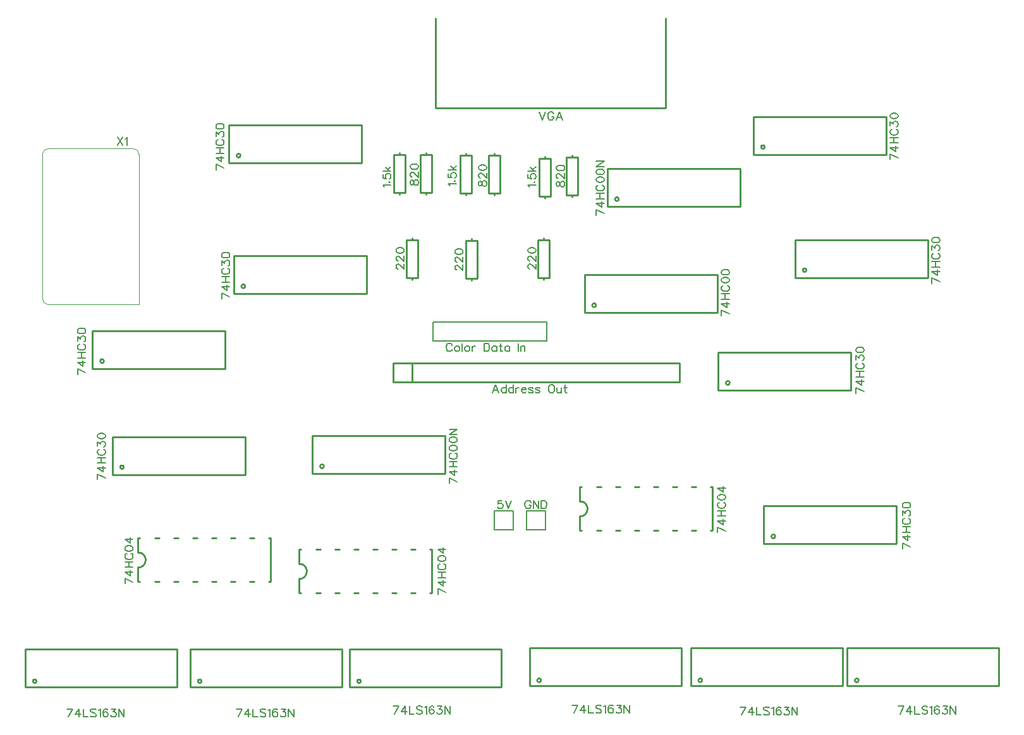
<source format=gto>
G04 Layer: TopSilkLayer*
G04 EasyEDA v6.4.25, 2021-12-08T18:14:58--6:00*
G04 69e83bd8f40a47abaefc3c1f755e5dbc,06444aca9169495d970130cf6b44ba93,10*
G04 Gerber Generator version 0.2*
G04 Scale: 100 percent, Rotated: No, Reflected: No *
G04 Dimensions in inches *
G04 leading zeros omitted , absolute positions ,3 integer and 6 decimal *
%FSLAX36Y36*%
%MOIN*%

%ADD24C,0.0100*%
%ADD25C,0.0090*%
%ADD26C,0.0080*%
%ADD27C,0.0080*%
%ADD28C,0.0047*%
%ADD29C,0.0060*%

%LPD*%
D29*
X3230450Y-3391399D02*
G01*
X3273450Y-3411799D01*
X3230450Y-3420000D02*
G01*
X3230450Y-3391399D01*
X3230450Y-3357399D02*
G01*
X3259049Y-3377899D01*
X3259049Y-3347199D01*
X3230450Y-3357399D02*
G01*
X3273450Y-3357399D01*
X3230450Y-3333699D02*
G01*
X3273450Y-3333699D01*
X3230450Y-3305000D02*
G01*
X3273450Y-3305000D01*
X3250950Y-3333699D02*
G01*
X3250950Y-3305000D01*
X3240649Y-3260900D02*
G01*
X3236549Y-3262899D01*
X3232550Y-3266999D01*
X3230450Y-3271100D01*
X3230450Y-3279299D01*
X3232550Y-3283400D01*
X3236549Y-3287500D01*
X3240649Y-3289499D01*
X3246850Y-3291500D01*
X3257049Y-3291500D01*
X3263149Y-3289499D01*
X3267250Y-3287500D01*
X3271350Y-3283400D01*
X3273450Y-3279299D01*
X3273450Y-3271100D01*
X3271350Y-3266999D01*
X3267250Y-3262899D01*
X3263149Y-3260900D01*
X3230450Y-3235100D02*
G01*
X3232550Y-3241199D01*
X3238649Y-3245300D01*
X3248850Y-3247399D01*
X3255050Y-3247399D01*
X3265249Y-3245300D01*
X3271350Y-3241199D01*
X3273450Y-3235100D01*
X3273450Y-3230999D01*
X3271350Y-3224899D01*
X3265249Y-3220799D01*
X3255050Y-3218699D01*
X3248850Y-3218699D01*
X3238649Y-3220799D01*
X3232550Y-3224899D01*
X3230450Y-3230999D01*
X3230450Y-3235100D01*
X3230450Y-3184800D02*
G01*
X3259049Y-3205200D01*
X3259049Y-3174499D01*
X3230450Y-3184800D02*
G01*
X3273450Y-3184800D01*
X1580450Y-3336399D02*
G01*
X1623450Y-3356799D01*
X1580450Y-3365000D02*
G01*
X1580450Y-3336399D01*
X1580450Y-3302399D02*
G01*
X1609049Y-3322899D01*
X1609049Y-3292199D01*
X1580450Y-3302399D02*
G01*
X1623450Y-3302399D01*
X1580450Y-3278699D02*
G01*
X1623450Y-3278699D01*
X1580450Y-3250000D02*
G01*
X1623450Y-3250000D01*
X1600950Y-3278699D02*
G01*
X1600950Y-3250000D01*
X1590649Y-3205900D02*
G01*
X1586549Y-3207899D01*
X1582550Y-3211999D01*
X1580450Y-3216100D01*
X1580450Y-3224299D01*
X1582550Y-3228400D01*
X1586549Y-3232500D01*
X1590649Y-3234499D01*
X1596850Y-3236500D01*
X1607049Y-3236500D01*
X1613149Y-3234499D01*
X1617250Y-3232500D01*
X1621350Y-3228400D01*
X1623450Y-3224299D01*
X1623450Y-3216100D01*
X1621350Y-3211999D01*
X1617250Y-3207899D01*
X1613149Y-3205900D01*
X1580450Y-3180100D02*
G01*
X1582550Y-3186199D01*
X1588649Y-3190300D01*
X1598850Y-3192399D01*
X1605050Y-3192399D01*
X1615249Y-3190300D01*
X1621350Y-3186199D01*
X1623450Y-3180100D01*
X1623450Y-3175999D01*
X1621350Y-3169899D01*
X1615249Y-3165799D01*
X1605050Y-3163699D01*
X1598850Y-3163699D01*
X1588649Y-3165799D01*
X1582550Y-3169899D01*
X1580450Y-3175999D01*
X1580450Y-3180100D01*
X1580450Y-3129800D02*
G01*
X1609049Y-3150200D01*
X1609049Y-3119499D01*
X1580450Y-3129800D02*
G01*
X1623450Y-3129800D01*
X4705450Y-3066399D02*
G01*
X4748450Y-3086799D01*
X4705450Y-3095000D02*
G01*
X4705450Y-3066399D01*
X4705450Y-3032399D02*
G01*
X4734049Y-3052899D01*
X4734049Y-3022199D01*
X4705450Y-3032399D02*
G01*
X4748450Y-3032399D01*
X4705450Y-3008699D02*
G01*
X4748450Y-3008699D01*
X4705450Y-2980000D02*
G01*
X4748450Y-2980000D01*
X4725950Y-3008699D02*
G01*
X4725950Y-2980000D01*
X4715649Y-2935900D02*
G01*
X4711549Y-2937899D01*
X4707550Y-2941999D01*
X4705450Y-2946100D01*
X4705450Y-2954299D01*
X4707550Y-2958400D01*
X4711549Y-2962500D01*
X4715649Y-2964499D01*
X4721850Y-2966500D01*
X4732049Y-2966500D01*
X4738149Y-2964499D01*
X4742250Y-2962500D01*
X4746350Y-2958400D01*
X4748450Y-2954299D01*
X4748450Y-2946100D01*
X4746350Y-2941999D01*
X4742250Y-2937899D01*
X4738149Y-2935900D01*
X4705450Y-2910100D02*
G01*
X4707550Y-2916199D01*
X4713649Y-2920300D01*
X4723850Y-2922399D01*
X4730050Y-2922399D01*
X4740249Y-2920300D01*
X4746350Y-2916199D01*
X4748450Y-2910100D01*
X4748450Y-2905999D01*
X4746350Y-2899899D01*
X4740249Y-2895799D01*
X4730050Y-2893699D01*
X4723850Y-2893699D01*
X4713649Y-2895799D01*
X4707550Y-2899899D01*
X4705450Y-2905999D01*
X4705450Y-2910100D01*
X4705450Y-2859800D02*
G01*
X4734049Y-2880200D01*
X4734049Y-2849499D01*
X4705450Y-2859800D02*
G01*
X4748450Y-2859800D01*
X3765000Y-874600D02*
G01*
X3781400Y-917500D01*
X3797700Y-874600D02*
G01*
X3781400Y-917500D01*
X3841899Y-884800D02*
G01*
X3839899Y-880700D01*
X3835799Y-876599D01*
X3831700Y-874600D01*
X3823500Y-874600D01*
X3819399Y-876599D01*
X3815299Y-880700D01*
X3813299Y-884800D01*
X3811199Y-890999D01*
X3811199Y-901199D01*
X3813299Y-907300D01*
X3815299Y-911399D01*
X3819399Y-915500D01*
X3823500Y-917500D01*
X3831700Y-917500D01*
X3835799Y-915500D01*
X3839899Y-911399D01*
X3841899Y-907300D01*
X3841899Y-901199D01*
X3831700Y-901199D02*
G01*
X3841899Y-901199D01*
X3871800Y-874600D02*
G01*
X3855399Y-917500D01*
X3871800Y-874600D02*
G01*
X3888100Y-917500D01*
X3861499Y-903200D02*
G01*
X3881999Y-903200D01*
X4725500Y-1921399D02*
G01*
X4768400Y-1941799D01*
X4725500Y-1950000D02*
G01*
X4725500Y-1921399D01*
X4725500Y-1887399D02*
G01*
X4754099Y-1907899D01*
X4754099Y-1877199D01*
X4725500Y-1887399D02*
G01*
X4768400Y-1887399D01*
X4725500Y-1863699D02*
G01*
X4768400Y-1863699D01*
X4725500Y-1835000D02*
G01*
X4768400Y-1835000D01*
X4745900Y-1863699D02*
G01*
X4745900Y-1835000D01*
X4735699Y-1790900D02*
G01*
X4731599Y-1792899D01*
X4727500Y-1796999D01*
X4725500Y-1801100D01*
X4725500Y-1809299D01*
X4727500Y-1813400D01*
X4731599Y-1817500D01*
X4735699Y-1819499D01*
X4741800Y-1821500D01*
X4751999Y-1821500D01*
X4758199Y-1819499D01*
X4762299Y-1817500D01*
X4766400Y-1813400D01*
X4768400Y-1809299D01*
X4768400Y-1801100D01*
X4766400Y-1796999D01*
X4762299Y-1792899D01*
X4758199Y-1790900D01*
X4725500Y-1765100D02*
G01*
X4727500Y-1771199D01*
X4733599Y-1775300D01*
X4743900Y-1777399D01*
X4750000Y-1777399D01*
X4760200Y-1775300D01*
X4766400Y-1771199D01*
X4768400Y-1765100D01*
X4768400Y-1760999D01*
X4766400Y-1754899D01*
X4760200Y-1750799D01*
X4750000Y-1748699D01*
X4743900Y-1748699D01*
X4733599Y-1750799D01*
X4727500Y-1754899D01*
X4725500Y-1760999D01*
X4725500Y-1765100D01*
X4725500Y-1723000D02*
G01*
X4727500Y-1729099D01*
X4733599Y-1733200D01*
X4743900Y-1735199D01*
X4750000Y-1735199D01*
X4760200Y-1733200D01*
X4766400Y-1729099D01*
X4768400Y-1723000D01*
X4768400Y-1718899D01*
X4766400Y-1712699D01*
X4760200Y-1708600D01*
X4750000Y-1706599D01*
X4743900Y-1706599D01*
X4733599Y-1708600D01*
X4727500Y-1712699D01*
X4725500Y-1718899D01*
X4725500Y-1723000D01*
X2948600Y-1270001D02*
G01*
X2946601Y-1265900D01*
X2940501Y-1259801D01*
X2983401Y-1259801D01*
X2973200Y-1244200D02*
G01*
X2975200Y-1246300D01*
X2977300Y-1244200D01*
X2975200Y-1242201D01*
X2973200Y-1244200D01*
X2940501Y-1204101D02*
G01*
X2940501Y-1224600D01*
X2958900Y-1226601D01*
X2956800Y-1224600D01*
X2954800Y-1218501D01*
X2954800Y-1212301D01*
X2956800Y-1206201D01*
X2960901Y-1202100D01*
X2967001Y-1200001D01*
X2971100Y-1200001D01*
X2977300Y-1202100D01*
X2981400Y-1206201D01*
X2983401Y-1212301D01*
X2983401Y-1218501D01*
X2981400Y-1224600D01*
X2979300Y-1226601D01*
X2975200Y-1228701D01*
X2940501Y-1186500D02*
G01*
X2983401Y-1186500D01*
X2954800Y-1166100D02*
G01*
X2975200Y-1186500D01*
X2967001Y-1178400D02*
G01*
X2983401Y-1164000D01*
X3085501Y-1251700D02*
G01*
X3087501Y-1257800D01*
X3091601Y-1259899D01*
X3095700Y-1259899D01*
X3099800Y-1257800D01*
X3101800Y-1253699D01*
X3103900Y-1245500D01*
X3105901Y-1239400D01*
X3110001Y-1235300D01*
X3114101Y-1233299D01*
X3120200Y-1233299D01*
X3124300Y-1235300D01*
X3126400Y-1237399D01*
X3128401Y-1243499D01*
X3128401Y-1251700D01*
X3126400Y-1257800D01*
X3124300Y-1259899D01*
X3120200Y-1261900D01*
X3114101Y-1261900D01*
X3110001Y-1259899D01*
X3105901Y-1255799D01*
X3103900Y-1249600D01*
X3101800Y-1241399D01*
X3099800Y-1237399D01*
X3095700Y-1235300D01*
X3091601Y-1235300D01*
X3087501Y-1237399D01*
X3085501Y-1243499D01*
X3085501Y-1251700D01*
X3095700Y-1217699D02*
G01*
X3093600Y-1217699D01*
X3089501Y-1215700D01*
X3087501Y-1213600D01*
X3085501Y-1209499D01*
X3085501Y-1201399D01*
X3087501Y-1197300D01*
X3089501Y-1195199D01*
X3093600Y-1193200D01*
X3097700Y-1193200D01*
X3101800Y-1195199D01*
X3108001Y-1199299D01*
X3128401Y-1219800D01*
X3128401Y-1191100D01*
X3085501Y-1165399D02*
G01*
X3087501Y-1171500D01*
X3093600Y-1175599D01*
X3103900Y-1177600D01*
X3110001Y-1177600D01*
X3120200Y-1175599D01*
X3126400Y-1171500D01*
X3128401Y-1165399D01*
X3128401Y-1161300D01*
X3126400Y-1155100D01*
X3120200Y-1150999D01*
X3110001Y-1149000D01*
X3103900Y-1149000D01*
X3093600Y-1150999D01*
X3087501Y-1155100D01*
X3085501Y-1161300D01*
X3085501Y-1165399D01*
X3293600Y-1265001D02*
G01*
X3291601Y-1260900D01*
X3285501Y-1254801D01*
X3328401Y-1254801D01*
X3318200Y-1239200D02*
G01*
X3320200Y-1241300D01*
X3322300Y-1239200D01*
X3320200Y-1237201D01*
X3318200Y-1239200D01*
X3285501Y-1199101D02*
G01*
X3285501Y-1219600D01*
X3303900Y-1221601D01*
X3301800Y-1219600D01*
X3299800Y-1213501D01*
X3299800Y-1207301D01*
X3301800Y-1201201D01*
X3305901Y-1197100D01*
X3312001Y-1195001D01*
X3316100Y-1195001D01*
X3322300Y-1197100D01*
X3326400Y-1201201D01*
X3328401Y-1207301D01*
X3328401Y-1213501D01*
X3326400Y-1219600D01*
X3324300Y-1221601D01*
X3320200Y-1223701D01*
X3285501Y-1181500D02*
G01*
X3328401Y-1181500D01*
X3299800Y-1161100D02*
G01*
X3320200Y-1181500D01*
X3312001Y-1173400D02*
G01*
X3328401Y-1159000D01*
X3713600Y-1270001D02*
G01*
X3711601Y-1265900D01*
X3705501Y-1259801D01*
X3748401Y-1259801D01*
X3738200Y-1244200D02*
G01*
X3740200Y-1246300D01*
X3742300Y-1244200D01*
X3740200Y-1242201D01*
X3738200Y-1244200D01*
X3705501Y-1204101D02*
G01*
X3705501Y-1224600D01*
X3723900Y-1226601D01*
X3721800Y-1224600D01*
X3719800Y-1218501D01*
X3719800Y-1212301D01*
X3721800Y-1206201D01*
X3725901Y-1202100D01*
X3732001Y-1200001D01*
X3736100Y-1200001D01*
X3742300Y-1202100D01*
X3746400Y-1206201D01*
X3748401Y-1212301D01*
X3748401Y-1218501D01*
X3746400Y-1224600D01*
X3744300Y-1226601D01*
X3740200Y-1228701D01*
X3705501Y-1186500D02*
G01*
X3748401Y-1186500D01*
X3719800Y-1166100D02*
G01*
X3740200Y-1186500D01*
X3732001Y-1178400D02*
G01*
X3748401Y-1164000D01*
X3445501Y-1256700D02*
G01*
X3447501Y-1262800D01*
X3451601Y-1264899D01*
X3455700Y-1264899D01*
X3459800Y-1262800D01*
X3461800Y-1258699D01*
X3463900Y-1250500D01*
X3465901Y-1244400D01*
X3470001Y-1240300D01*
X3474101Y-1238299D01*
X3480200Y-1238299D01*
X3484300Y-1240300D01*
X3486400Y-1242399D01*
X3488401Y-1248499D01*
X3488401Y-1256700D01*
X3486400Y-1262800D01*
X3484300Y-1264899D01*
X3480200Y-1266900D01*
X3474101Y-1266900D01*
X3470001Y-1264899D01*
X3465901Y-1260799D01*
X3463900Y-1254600D01*
X3461800Y-1246399D01*
X3459800Y-1242399D01*
X3455700Y-1240300D01*
X3451601Y-1240300D01*
X3447501Y-1242399D01*
X3445501Y-1248499D01*
X3445501Y-1256700D01*
X3455700Y-1222699D02*
G01*
X3453600Y-1222699D01*
X3449501Y-1220700D01*
X3447501Y-1218600D01*
X3445501Y-1214499D01*
X3445501Y-1206399D01*
X3447501Y-1202300D01*
X3449501Y-1200199D01*
X3453600Y-1198200D01*
X3457700Y-1198200D01*
X3461800Y-1200199D01*
X3468001Y-1204299D01*
X3488401Y-1224800D01*
X3488401Y-1196100D01*
X3445501Y-1170399D02*
G01*
X3447501Y-1176500D01*
X3453600Y-1180599D01*
X3463900Y-1182600D01*
X3470001Y-1182600D01*
X3480200Y-1180599D01*
X3486400Y-1176500D01*
X3488401Y-1170399D01*
X3488401Y-1166300D01*
X3486400Y-1160100D01*
X3480200Y-1155999D01*
X3470001Y-1154000D01*
X3463900Y-1154000D01*
X3453600Y-1155999D01*
X3447501Y-1160100D01*
X3445501Y-1166300D01*
X3445501Y-1170399D01*
X3856000Y-1258800D02*
G01*
X3858000Y-1264899D01*
X3862100Y-1266999D01*
X3866199Y-1266999D01*
X3870299Y-1264899D01*
X3872299Y-1260799D01*
X3874399Y-1252600D01*
X3876400Y-1246500D01*
X3880500Y-1242399D01*
X3884600Y-1240399D01*
X3890699Y-1240399D01*
X3894799Y-1242399D01*
X3896899Y-1244499D01*
X3898900Y-1250599D01*
X3898900Y-1258800D01*
X3896899Y-1264899D01*
X3894799Y-1266999D01*
X3890699Y-1269000D01*
X3884600Y-1269000D01*
X3880500Y-1266999D01*
X3876400Y-1262899D01*
X3874399Y-1256700D01*
X3872299Y-1248499D01*
X3870299Y-1244499D01*
X3866199Y-1242399D01*
X3862100Y-1242399D01*
X3858000Y-1244499D01*
X3856000Y-1250599D01*
X3856000Y-1258800D01*
X3866199Y-1224800D02*
G01*
X3864099Y-1224800D01*
X3860000Y-1222800D01*
X3858000Y-1220700D01*
X3856000Y-1216599D01*
X3856000Y-1208499D01*
X3858000Y-1204400D01*
X3860000Y-1202300D01*
X3864099Y-1200300D01*
X3868199Y-1200300D01*
X3872299Y-1202300D01*
X3878500Y-1206399D01*
X3898900Y-1226900D01*
X3898900Y-1198200D01*
X3856000Y-1172500D02*
G01*
X3858000Y-1178600D01*
X3864099Y-1182699D01*
X3874399Y-1184699D01*
X3880500Y-1184699D01*
X3890699Y-1182699D01*
X3896899Y-1178600D01*
X3898900Y-1172500D01*
X3898900Y-1168400D01*
X3896899Y-1162199D01*
X3890699Y-1158099D01*
X3880500Y-1156100D01*
X3874399Y-1156100D01*
X3864099Y-1158099D01*
X3858000Y-1162199D01*
X3856000Y-1168400D01*
X3856000Y-1172500D01*
X3569499Y-2925500D02*
G01*
X3549099Y-2925500D01*
X3546999Y-2943899D01*
X3549099Y-2941799D01*
X3555200Y-2939800D01*
X3561400Y-2939800D01*
X3567500Y-2941799D01*
X3571599Y-2945900D01*
X3573599Y-2951999D01*
X3573599Y-2956100D01*
X3571599Y-2962300D01*
X3567500Y-2966399D01*
X3561400Y-2968400D01*
X3555200Y-2968400D01*
X3549099Y-2966399D01*
X3546999Y-2964299D01*
X3545000Y-2960200D01*
X3587100Y-2925500D02*
G01*
X3603500Y-2968400D01*
X3619899Y-2925500D02*
G01*
X3603500Y-2968400D01*
X3720699Y-2935700D02*
G01*
X3718599Y-2931599D01*
X3714499Y-2927500D01*
X3710500Y-2925500D01*
X3702299Y-2925500D01*
X3698199Y-2927500D01*
X3694099Y-2931599D01*
X3691999Y-2935700D01*
X3690000Y-2941799D01*
X3690000Y-2951999D01*
X3691999Y-2958200D01*
X3694099Y-2962300D01*
X3698199Y-2966399D01*
X3702299Y-2968400D01*
X3710500Y-2968400D01*
X3714499Y-2966399D01*
X3718599Y-2962300D01*
X3720699Y-2958200D01*
X3720699Y-2951999D01*
X3710500Y-2951999D02*
G01*
X3720699Y-2951999D01*
X3734200Y-2925500D02*
G01*
X3734200Y-2968400D01*
X3734200Y-2925500D02*
G01*
X3762799Y-2968400D01*
X3762799Y-2925500D02*
G01*
X3762799Y-2968400D01*
X3776300Y-2925500D02*
G01*
X3776300Y-2968400D01*
X3776300Y-2925500D02*
G01*
X3790600Y-2925500D01*
X3796800Y-2927500D01*
X3800900Y-2931599D01*
X3802899Y-2935700D01*
X3805000Y-2941799D01*
X3805000Y-2951999D01*
X3802899Y-2958200D01*
X3800900Y-2962300D01*
X3796800Y-2966399D01*
X3790600Y-2968400D01*
X3776300Y-2968400D01*
X3536400Y-2315000D02*
G01*
X3520000Y-2357899D01*
X3536400Y-2315000D02*
G01*
X3552700Y-2357899D01*
X3526099Y-2343600D02*
G01*
X3546599Y-2343600D01*
X3590799Y-2315000D02*
G01*
X3590799Y-2357899D01*
X3590799Y-2335399D02*
G01*
X3586700Y-2331300D01*
X3582600Y-2329299D01*
X3576499Y-2329299D01*
X3572399Y-2331300D01*
X3568299Y-2335399D01*
X3566199Y-2341500D01*
X3566199Y-2345599D01*
X3568299Y-2351799D01*
X3572399Y-2355900D01*
X3576499Y-2357899D01*
X3582600Y-2357899D01*
X3586700Y-2355900D01*
X3590799Y-2351799D01*
X3628800Y-2315000D02*
G01*
X3628800Y-2357899D01*
X3628800Y-2335399D02*
G01*
X3624700Y-2331300D01*
X3620600Y-2329299D01*
X3614499Y-2329299D01*
X3610399Y-2331300D01*
X3606300Y-2335399D01*
X3604300Y-2341500D01*
X3604300Y-2345599D01*
X3606300Y-2351799D01*
X3610399Y-2355900D01*
X3614499Y-2357899D01*
X3620600Y-2357899D01*
X3624700Y-2355900D01*
X3628800Y-2351799D01*
X3642299Y-2329299D02*
G01*
X3642299Y-2357899D01*
X3642299Y-2341500D02*
G01*
X3644399Y-2335399D01*
X3648500Y-2331300D01*
X3652500Y-2329299D01*
X3658699Y-2329299D01*
X3672200Y-2341500D02*
G01*
X3696700Y-2341500D01*
X3696700Y-2337500D01*
X3694700Y-2333400D01*
X3692600Y-2331300D01*
X3688500Y-2329299D01*
X3682399Y-2329299D01*
X3678299Y-2331300D01*
X3674200Y-2335399D01*
X3672200Y-2341500D01*
X3672200Y-2345599D01*
X3674200Y-2351799D01*
X3678299Y-2355900D01*
X3682399Y-2357899D01*
X3688500Y-2357899D01*
X3692600Y-2355900D01*
X3696700Y-2351799D01*
X3732700Y-2335399D02*
G01*
X3730699Y-2331300D01*
X3724499Y-2329299D01*
X3718400Y-2329299D01*
X3712299Y-2331300D01*
X3710200Y-2335399D01*
X3712299Y-2339499D01*
X3716400Y-2341500D01*
X3726599Y-2343600D01*
X3730699Y-2345599D01*
X3732700Y-2349699D01*
X3732700Y-2351799D01*
X3730699Y-2355900D01*
X3724499Y-2357899D01*
X3718400Y-2357899D01*
X3712299Y-2355900D01*
X3710200Y-2351799D01*
X3768699Y-2335399D02*
G01*
X3766700Y-2331300D01*
X3760500Y-2329299D01*
X3754399Y-2329299D01*
X3748299Y-2331300D01*
X3746199Y-2335399D01*
X3748299Y-2339499D01*
X3752399Y-2341500D01*
X3762600Y-2343600D01*
X3766700Y-2345599D01*
X3768699Y-2349699D01*
X3768699Y-2351799D01*
X3766700Y-2355900D01*
X3760500Y-2357899D01*
X3754399Y-2357899D01*
X3748299Y-2355900D01*
X3746199Y-2351799D01*
X3826000Y-2315000D02*
G01*
X3821899Y-2316999D01*
X3817799Y-2321100D01*
X3815799Y-2325200D01*
X3813699Y-2331300D01*
X3813699Y-2341500D01*
X3815799Y-2347700D01*
X3817799Y-2351799D01*
X3821899Y-2355900D01*
X3826000Y-2357899D01*
X3834200Y-2357899D01*
X3838299Y-2355900D01*
X3842399Y-2351799D01*
X3844399Y-2347700D01*
X3846499Y-2341500D01*
X3846499Y-2331300D01*
X3844399Y-2325200D01*
X3842399Y-2321100D01*
X3838299Y-2316999D01*
X3834200Y-2315000D01*
X3826000Y-2315000D01*
X3860000Y-2329299D02*
G01*
X3860000Y-2349699D01*
X3861999Y-2355900D01*
X3866099Y-2357899D01*
X3872200Y-2357899D01*
X3876300Y-2355900D01*
X3882500Y-2349699D01*
X3882500Y-2329299D02*
G01*
X3882500Y-2357899D01*
X3902100Y-2315000D02*
G01*
X3902100Y-2349699D01*
X3904099Y-2355900D01*
X3908199Y-2357899D01*
X3912299Y-2357899D01*
X3896000Y-2329299D02*
G01*
X3910299Y-2329299D01*
X3305699Y-2105700D02*
G01*
X3303599Y-2101599D01*
X3299499Y-2097500D01*
X3295500Y-2095500D01*
X3287299Y-2095500D01*
X3283199Y-2097500D01*
X3279099Y-2101599D01*
X3276999Y-2105700D01*
X3275000Y-2111799D01*
X3275000Y-2121999D01*
X3276999Y-2128200D01*
X3279099Y-2132300D01*
X3283199Y-2136399D01*
X3287299Y-2138400D01*
X3295500Y-2138400D01*
X3299499Y-2136399D01*
X3303599Y-2132300D01*
X3305699Y-2128200D01*
X3329399Y-2109800D02*
G01*
X3325299Y-2111799D01*
X3321199Y-2115900D01*
X3319200Y-2121999D01*
X3319200Y-2126100D01*
X3321199Y-2132300D01*
X3325299Y-2136399D01*
X3329399Y-2138400D01*
X3335500Y-2138400D01*
X3339600Y-2136399D01*
X3343699Y-2132300D01*
X3345799Y-2126100D01*
X3345799Y-2121999D01*
X3343699Y-2115900D01*
X3339600Y-2111799D01*
X3335500Y-2109800D01*
X3329399Y-2109800D01*
X3359300Y-2095500D02*
G01*
X3359300Y-2138400D01*
X3383000Y-2109800D02*
G01*
X3378900Y-2111799D01*
X3374799Y-2115900D01*
X3372799Y-2121999D01*
X3372799Y-2126100D01*
X3374799Y-2132300D01*
X3378900Y-2136399D01*
X3383000Y-2138400D01*
X3389099Y-2138400D01*
X3393199Y-2136399D01*
X3397299Y-2132300D01*
X3399399Y-2126100D01*
X3399399Y-2121999D01*
X3397299Y-2115900D01*
X3393199Y-2111799D01*
X3389099Y-2109800D01*
X3383000Y-2109800D01*
X3412899Y-2109800D02*
G01*
X3412899Y-2138400D01*
X3412899Y-2121999D02*
G01*
X3414899Y-2115900D01*
X3418999Y-2111799D01*
X3423100Y-2109800D01*
X3429200Y-2109800D01*
X3474200Y-2095500D02*
G01*
X3474200Y-2138400D01*
X3474200Y-2095500D02*
G01*
X3488500Y-2095500D01*
X3494700Y-2097500D01*
X3498800Y-2101599D01*
X3500799Y-2105700D01*
X3502899Y-2111799D01*
X3502899Y-2121999D01*
X3500799Y-2128200D01*
X3498800Y-2132300D01*
X3494700Y-2136399D01*
X3488500Y-2138400D01*
X3474200Y-2138400D01*
X3540900Y-2109800D02*
G01*
X3540900Y-2138400D01*
X3540900Y-2115900D02*
G01*
X3536800Y-2111799D01*
X3532700Y-2109800D01*
X3526599Y-2109800D01*
X3522500Y-2111799D01*
X3518400Y-2115900D01*
X3516400Y-2121999D01*
X3516400Y-2126100D01*
X3518400Y-2132300D01*
X3522500Y-2136399D01*
X3526599Y-2138400D01*
X3532700Y-2138400D01*
X3536800Y-2136399D01*
X3540900Y-2132300D01*
X3560500Y-2095500D02*
G01*
X3560500Y-2130200D01*
X3562600Y-2136399D01*
X3566700Y-2138400D01*
X3570799Y-2138400D01*
X3554399Y-2109800D02*
G01*
X3568699Y-2109800D01*
X3608800Y-2109800D02*
G01*
X3608800Y-2138400D01*
X3608800Y-2115900D02*
G01*
X3604700Y-2111799D01*
X3600600Y-2109800D01*
X3594499Y-2109800D01*
X3590399Y-2111799D01*
X3586300Y-2115900D01*
X3584300Y-2121999D01*
X3584300Y-2126100D01*
X3586300Y-2132300D01*
X3590399Y-2136399D01*
X3594499Y-2138400D01*
X3600600Y-2138400D01*
X3604700Y-2136399D01*
X3608800Y-2132300D01*
X3653800Y-2095500D02*
G01*
X3653800Y-2138400D01*
X3667299Y-2109800D02*
G01*
X3667299Y-2138400D01*
X3667299Y-2118000D02*
G01*
X3673500Y-2111799D01*
X3677500Y-2109800D01*
X3683699Y-2109800D01*
X3687799Y-2111799D01*
X3689799Y-2118000D01*
X3689799Y-2138400D01*
X3020699Y-1703000D02*
G01*
X3018599Y-1703000D01*
X3014499Y-1700900D01*
X3012500Y-1698899D01*
X3010500Y-1694800D01*
X3010500Y-1686599D01*
X3012500Y-1682500D01*
X3014499Y-1680500D01*
X3018599Y-1678400D01*
X3022700Y-1678400D01*
X3026800Y-1680500D01*
X3033000Y-1684499D01*
X3053400Y-1705000D01*
X3053400Y-1676399D01*
X3020699Y-1660799D02*
G01*
X3018599Y-1660799D01*
X3014499Y-1658800D01*
X3012500Y-1656700D01*
X3010500Y-1652600D01*
X3010500Y-1644499D01*
X3012500Y-1640399D01*
X3014499Y-1638299D01*
X3018599Y-1636300D01*
X3022700Y-1636300D01*
X3026800Y-1638299D01*
X3033000Y-1642399D01*
X3053400Y-1662899D01*
X3053400Y-1634200D01*
X3010500Y-1608499D02*
G01*
X3012500Y-1614600D01*
X3018599Y-1618699D01*
X3028900Y-1620700D01*
X3035000Y-1620700D01*
X3045200Y-1618699D01*
X3051400Y-1614600D01*
X3053400Y-1608499D01*
X3053400Y-1604400D01*
X3051400Y-1598200D01*
X3045200Y-1594099D01*
X3035000Y-1592100D01*
X3028900Y-1592100D01*
X3018599Y-1594099D01*
X3012500Y-1598200D01*
X3010500Y-1604400D01*
X3010500Y-1608499D01*
X3330699Y-1708000D02*
G01*
X3328599Y-1708000D01*
X3324499Y-1705900D01*
X3322500Y-1703899D01*
X3320500Y-1699800D01*
X3320500Y-1691599D01*
X3322500Y-1687500D01*
X3324499Y-1685500D01*
X3328599Y-1683400D01*
X3332700Y-1683400D01*
X3336800Y-1685500D01*
X3343000Y-1689499D01*
X3363400Y-1710000D01*
X3363400Y-1681399D01*
X3330699Y-1665799D02*
G01*
X3328599Y-1665799D01*
X3324499Y-1663800D01*
X3322500Y-1661700D01*
X3320500Y-1657600D01*
X3320500Y-1649499D01*
X3322500Y-1645399D01*
X3324499Y-1643299D01*
X3328599Y-1641300D01*
X3332700Y-1641300D01*
X3336800Y-1643299D01*
X3343000Y-1647399D01*
X3363400Y-1667899D01*
X3363400Y-1639200D01*
X3320500Y-1613499D02*
G01*
X3322500Y-1619600D01*
X3328599Y-1623699D01*
X3338900Y-1625700D01*
X3345000Y-1625700D01*
X3355200Y-1623699D01*
X3361400Y-1619600D01*
X3363400Y-1613499D01*
X3363400Y-1609400D01*
X3361400Y-1603200D01*
X3355200Y-1599099D01*
X3345000Y-1597100D01*
X3338900Y-1597100D01*
X3328599Y-1599099D01*
X3322500Y-1603200D01*
X3320500Y-1609400D01*
X3320500Y-1613499D01*
X3715699Y-1703000D02*
G01*
X3713599Y-1703000D01*
X3709499Y-1700900D01*
X3707500Y-1698899D01*
X3705500Y-1694800D01*
X3705500Y-1686599D01*
X3707500Y-1682500D01*
X3709499Y-1680500D01*
X3713599Y-1678400D01*
X3717700Y-1678400D01*
X3721800Y-1680500D01*
X3728000Y-1684499D01*
X3748400Y-1705000D01*
X3748400Y-1676399D01*
X3715699Y-1660799D02*
G01*
X3713599Y-1660799D01*
X3709499Y-1658800D01*
X3707500Y-1656700D01*
X3705500Y-1652600D01*
X3705500Y-1644499D01*
X3707500Y-1640399D01*
X3709499Y-1638299D01*
X3713599Y-1636300D01*
X3717700Y-1636300D01*
X3721800Y-1638299D01*
X3728000Y-1642399D01*
X3748400Y-1662899D01*
X3748400Y-1634200D01*
X3705500Y-1608499D02*
G01*
X3707500Y-1614600D01*
X3713599Y-1618699D01*
X3723900Y-1620700D01*
X3730000Y-1620700D01*
X3740200Y-1618699D01*
X3746400Y-1614600D01*
X3748400Y-1608499D01*
X3748400Y-1604400D01*
X3746400Y-1598200D01*
X3740200Y-1594099D01*
X3730000Y-1592100D01*
X3723900Y-1592100D01*
X3713599Y-1594099D01*
X3707500Y-1598200D01*
X3705500Y-1604400D01*
X3705500Y-1608499D01*
X1303599Y-4025500D02*
G01*
X1283199Y-4068400D01*
X1275000Y-4025500D02*
G01*
X1303599Y-4025500D01*
X1337600Y-4025500D02*
G01*
X1317100Y-4054099D01*
X1347799Y-4054099D01*
X1337600Y-4025500D02*
G01*
X1337600Y-4068400D01*
X1361300Y-4025500D02*
G01*
X1361300Y-4068400D01*
X1361300Y-4068400D02*
G01*
X1385900Y-4068400D01*
X1428000Y-4031599D02*
G01*
X1423900Y-4027500D01*
X1417799Y-4025500D01*
X1409600Y-4025500D01*
X1403500Y-4027500D01*
X1399399Y-4031599D01*
X1399399Y-4035700D01*
X1401400Y-4039800D01*
X1403500Y-4041799D01*
X1407500Y-4043899D01*
X1419799Y-4048000D01*
X1423900Y-4050000D01*
X1426000Y-4051999D01*
X1428000Y-4056100D01*
X1428000Y-4062300D01*
X1423900Y-4066399D01*
X1417799Y-4068400D01*
X1409600Y-4068400D01*
X1403500Y-4066399D01*
X1399399Y-4062300D01*
X1441499Y-4033600D02*
G01*
X1445600Y-4031599D01*
X1451700Y-4025500D01*
X1451700Y-4068400D01*
X1489799Y-4031599D02*
G01*
X1487700Y-4027500D01*
X1481599Y-4025500D01*
X1477500Y-4025500D01*
X1471400Y-4027500D01*
X1467299Y-4033600D01*
X1465200Y-4043899D01*
X1465200Y-4054099D01*
X1467299Y-4062300D01*
X1471400Y-4066399D01*
X1477500Y-4068400D01*
X1479499Y-4068400D01*
X1485699Y-4066399D01*
X1489799Y-4062300D01*
X1491800Y-4056100D01*
X1491800Y-4054099D01*
X1489799Y-4048000D01*
X1485699Y-4043899D01*
X1479499Y-4041799D01*
X1477500Y-4041799D01*
X1471400Y-4043899D01*
X1467299Y-4048000D01*
X1465200Y-4054099D01*
X1509399Y-4025500D02*
G01*
X1531899Y-4025500D01*
X1519600Y-4041799D01*
X1525799Y-4041799D01*
X1529899Y-4043899D01*
X1531899Y-4045900D01*
X1533999Y-4051999D01*
X1533999Y-4056100D01*
X1531899Y-4062300D01*
X1527799Y-4066399D01*
X1521700Y-4068400D01*
X1515500Y-4068400D01*
X1509399Y-4066399D01*
X1507399Y-4064299D01*
X1505299Y-4060200D01*
X1547500Y-4025500D02*
G01*
X1547500Y-4068400D01*
X1547500Y-4025500D02*
G01*
X1576099Y-4068400D01*
X1576099Y-4025500D02*
G01*
X1576099Y-4068400D01*
X2198599Y-4025500D02*
G01*
X2178199Y-4068400D01*
X2170000Y-4025500D02*
G01*
X2198599Y-4025500D01*
X2232600Y-4025500D02*
G01*
X2212100Y-4054099D01*
X2242799Y-4054099D01*
X2232600Y-4025500D02*
G01*
X2232600Y-4068400D01*
X2256300Y-4025500D02*
G01*
X2256300Y-4068400D01*
X2256300Y-4068400D02*
G01*
X2280900Y-4068400D01*
X2323000Y-4031599D02*
G01*
X2318900Y-4027500D01*
X2312799Y-4025500D01*
X2304600Y-4025500D01*
X2298500Y-4027500D01*
X2294399Y-4031599D01*
X2294399Y-4035700D01*
X2296400Y-4039800D01*
X2298500Y-4041799D01*
X2302500Y-4043899D01*
X2314799Y-4048000D01*
X2318900Y-4050000D01*
X2321000Y-4051999D01*
X2323000Y-4056100D01*
X2323000Y-4062300D01*
X2318900Y-4066399D01*
X2312799Y-4068400D01*
X2304600Y-4068400D01*
X2298500Y-4066399D01*
X2294399Y-4062300D01*
X2336499Y-4033600D02*
G01*
X2340600Y-4031599D01*
X2346700Y-4025500D01*
X2346700Y-4068400D01*
X2384799Y-4031599D02*
G01*
X2382700Y-4027500D01*
X2376599Y-4025500D01*
X2372500Y-4025500D01*
X2366400Y-4027500D01*
X2362299Y-4033600D01*
X2360200Y-4043899D01*
X2360200Y-4054099D01*
X2362299Y-4062300D01*
X2366400Y-4066399D01*
X2372500Y-4068400D01*
X2374499Y-4068400D01*
X2380699Y-4066399D01*
X2384799Y-4062300D01*
X2386800Y-4056100D01*
X2386800Y-4054099D01*
X2384799Y-4048000D01*
X2380699Y-4043899D01*
X2374499Y-4041799D01*
X2372500Y-4041799D01*
X2366400Y-4043899D01*
X2362299Y-4048000D01*
X2360200Y-4054099D01*
X2404399Y-4025500D02*
G01*
X2426899Y-4025500D01*
X2414600Y-4041799D01*
X2420799Y-4041799D01*
X2424899Y-4043899D01*
X2426899Y-4045900D01*
X2428999Y-4051999D01*
X2428999Y-4056100D01*
X2426899Y-4062300D01*
X2422799Y-4066399D01*
X2416700Y-4068400D01*
X2410500Y-4068400D01*
X2404399Y-4066399D01*
X2402399Y-4064299D01*
X2400299Y-4060200D01*
X2442500Y-4025500D02*
G01*
X2442500Y-4068400D01*
X2442500Y-4025500D02*
G01*
X2471099Y-4068400D01*
X2471099Y-4025500D02*
G01*
X2471099Y-4068400D01*
X3023599Y-4010500D02*
G01*
X3003199Y-4053400D01*
X2995000Y-4010500D02*
G01*
X3023599Y-4010500D01*
X3057600Y-4010500D02*
G01*
X3037100Y-4039099D01*
X3067799Y-4039099D01*
X3057600Y-4010500D02*
G01*
X3057600Y-4053400D01*
X3081300Y-4010500D02*
G01*
X3081300Y-4053400D01*
X3081300Y-4053400D02*
G01*
X3105900Y-4053400D01*
X3148000Y-4016599D02*
G01*
X3143900Y-4012500D01*
X3137799Y-4010500D01*
X3129600Y-4010500D01*
X3123500Y-4012500D01*
X3119399Y-4016599D01*
X3119399Y-4020700D01*
X3121400Y-4024800D01*
X3123500Y-4026799D01*
X3127500Y-4028899D01*
X3139799Y-4033000D01*
X3143900Y-4035000D01*
X3146000Y-4036999D01*
X3148000Y-4041100D01*
X3148000Y-4047300D01*
X3143900Y-4051399D01*
X3137799Y-4053400D01*
X3129600Y-4053400D01*
X3123500Y-4051399D01*
X3119399Y-4047300D01*
X3161499Y-4018600D02*
G01*
X3165600Y-4016599D01*
X3171700Y-4010500D01*
X3171700Y-4053400D01*
X3209799Y-4016599D02*
G01*
X3207700Y-4012500D01*
X3201599Y-4010500D01*
X3197500Y-4010500D01*
X3191400Y-4012500D01*
X3187299Y-4018600D01*
X3185200Y-4028899D01*
X3185200Y-4039099D01*
X3187299Y-4047300D01*
X3191400Y-4051399D01*
X3197500Y-4053400D01*
X3199499Y-4053400D01*
X3205699Y-4051399D01*
X3209799Y-4047300D01*
X3211800Y-4041100D01*
X3211800Y-4039099D01*
X3209799Y-4033000D01*
X3205699Y-4028899D01*
X3199499Y-4026799D01*
X3197500Y-4026799D01*
X3191400Y-4028899D01*
X3187299Y-4033000D01*
X3185200Y-4039099D01*
X3229399Y-4010500D02*
G01*
X3251899Y-4010500D01*
X3239600Y-4026799D01*
X3245799Y-4026799D01*
X3249899Y-4028899D01*
X3251899Y-4030900D01*
X3253999Y-4036999D01*
X3253999Y-4041100D01*
X3251899Y-4047300D01*
X3247799Y-4051399D01*
X3241700Y-4053400D01*
X3235500Y-4053400D01*
X3229399Y-4051399D01*
X3227399Y-4049299D01*
X3225299Y-4045200D01*
X3267500Y-4010500D02*
G01*
X3267500Y-4053400D01*
X3267500Y-4010500D02*
G01*
X3296099Y-4053400D01*
X3296099Y-4010500D02*
G01*
X3296099Y-4053400D01*
X3968599Y-4005500D02*
G01*
X3948199Y-4048400D01*
X3940000Y-4005500D02*
G01*
X3968599Y-4005500D01*
X4002600Y-4005500D02*
G01*
X3982100Y-4034099D01*
X4012799Y-4034099D01*
X4002600Y-4005500D02*
G01*
X4002600Y-4048400D01*
X4026300Y-4005500D02*
G01*
X4026300Y-4048400D01*
X4026300Y-4048400D02*
G01*
X4050900Y-4048400D01*
X4093000Y-4011599D02*
G01*
X4088900Y-4007500D01*
X4082799Y-4005500D01*
X4074600Y-4005500D01*
X4068500Y-4007500D01*
X4064399Y-4011599D01*
X4064399Y-4015700D01*
X4066400Y-4019800D01*
X4068500Y-4021799D01*
X4072500Y-4023899D01*
X4084799Y-4028000D01*
X4088900Y-4030000D01*
X4091000Y-4031999D01*
X4093000Y-4036100D01*
X4093000Y-4042300D01*
X4088900Y-4046399D01*
X4082799Y-4048400D01*
X4074600Y-4048400D01*
X4068500Y-4046399D01*
X4064399Y-4042300D01*
X4106499Y-4013600D02*
G01*
X4110600Y-4011599D01*
X4116700Y-4005500D01*
X4116700Y-4048400D01*
X4154799Y-4011599D02*
G01*
X4152700Y-4007500D01*
X4146599Y-4005500D01*
X4142500Y-4005500D01*
X4136400Y-4007500D01*
X4132299Y-4013600D01*
X4130200Y-4023899D01*
X4130200Y-4034099D01*
X4132299Y-4042300D01*
X4136400Y-4046399D01*
X4142500Y-4048400D01*
X4144499Y-4048400D01*
X4150699Y-4046399D01*
X4154799Y-4042300D01*
X4156800Y-4036100D01*
X4156800Y-4034099D01*
X4154799Y-4028000D01*
X4150699Y-4023899D01*
X4144499Y-4021799D01*
X4142500Y-4021799D01*
X4136400Y-4023899D01*
X4132299Y-4028000D01*
X4130200Y-4034099D01*
X4174399Y-4005500D02*
G01*
X4196899Y-4005500D01*
X4184600Y-4021799D01*
X4190799Y-4021799D01*
X4194899Y-4023899D01*
X4196899Y-4025900D01*
X4198999Y-4031999D01*
X4198999Y-4036100D01*
X4196899Y-4042300D01*
X4192799Y-4046399D01*
X4186700Y-4048400D01*
X4180500Y-4048400D01*
X4174399Y-4046399D01*
X4172399Y-4044299D01*
X4170299Y-4040200D01*
X4212500Y-4005500D02*
G01*
X4212500Y-4048400D01*
X4212500Y-4005500D02*
G01*
X4241099Y-4048400D01*
X4241099Y-4005500D02*
G01*
X4241099Y-4048400D01*
X4853599Y-4015500D02*
G01*
X4833199Y-4058400D01*
X4825000Y-4015500D02*
G01*
X4853599Y-4015500D01*
X4887600Y-4015500D02*
G01*
X4867100Y-4044099D01*
X4897799Y-4044099D01*
X4887600Y-4015500D02*
G01*
X4887600Y-4058400D01*
X4911300Y-4015500D02*
G01*
X4911300Y-4058400D01*
X4911300Y-4058400D02*
G01*
X4935900Y-4058400D01*
X4978000Y-4021599D02*
G01*
X4973900Y-4017500D01*
X4967799Y-4015500D01*
X4959600Y-4015500D01*
X4953500Y-4017500D01*
X4949399Y-4021599D01*
X4949399Y-4025700D01*
X4951400Y-4029800D01*
X4953500Y-4031799D01*
X4957500Y-4033899D01*
X4969799Y-4038000D01*
X4973900Y-4040000D01*
X4976000Y-4041999D01*
X4978000Y-4046100D01*
X4978000Y-4052300D01*
X4973900Y-4056399D01*
X4967799Y-4058400D01*
X4959600Y-4058400D01*
X4953500Y-4056399D01*
X4949399Y-4052300D01*
X4991499Y-4023600D02*
G01*
X4995600Y-4021599D01*
X5001700Y-4015500D01*
X5001700Y-4058400D01*
X5039799Y-4021599D02*
G01*
X5037700Y-4017500D01*
X5031599Y-4015500D01*
X5027500Y-4015500D01*
X5021400Y-4017500D01*
X5017299Y-4023600D01*
X5015200Y-4033899D01*
X5015200Y-4044099D01*
X5017299Y-4052300D01*
X5021400Y-4056399D01*
X5027500Y-4058400D01*
X5029499Y-4058400D01*
X5035699Y-4056399D01*
X5039799Y-4052300D01*
X5041800Y-4046100D01*
X5041800Y-4044099D01*
X5039799Y-4038000D01*
X5035699Y-4033899D01*
X5029499Y-4031799D01*
X5027500Y-4031799D01*
X5021400Y-4033899D01*
X5017299Y-4038000D01*
X5015200Y-4044099D01*
X5059399Y-4015500D02*
G01*
X5081899Y-4015500D01*
X5069600Y-4031799D01*
X5075799Y-4031799D01*
X5079899Y-4033899D01*
X5081899Y-4035900D01*
X5083999Y-4041999D01*
X5083999Y-4046100D01*
X5081899Y-4052300D01*
X5077799Y-4056399D01*
X5071700Y-4058400D01*
X5065500Y-4058400D01*
X5059399Y-4056399D01*
X5057399Y-4054299D01*
X5055299Y-4050200D01*
X5097500Y-4015500D02*
G01*
X5097500Y-4058400D01*
X5097500Y-4015500D02*
G01*
X5126099Y-4058400D01*
X5126099Y-4015500D02*
G01*
X5126099Y-4058400D01*
X5688599Y-4010500D02*
G01*
X5668199Y-4053400D01*
X5660000Y-4010500D02*
G01*
X5688599Y-4010500D01*
X5722600Y-4010500D02*
G01*
X5702100Y-4039099D01*
X5732799Y-4039099D01*
X5722600Y-4010500D02*
G01*
X5722600Y-4053400D01*
X5746300Y-4010500D02*
G01*
X5746300Y-4053400D01*
X5746300Y-4053400D02*
G01*
X5770900Y-4053400D01*
X5813000Y-4016599D02*
G01*
X5808900Y-4012500D01*
X5802799Y-4010500D01*
X5794600Y-4010500D01*
X5788500Y-4012500D01*
X5784399Y-4016599D01*
X5784399Y-4020700D01*
X5786400Y-4024800D01*
X5788500Y-4026799D01*
X5792500Y-4028899D01*
X5804799Y-4033000D01*
X5808900Y-4035000D01*
X5811000Y-4036999D01*
X5813000Y-4041100D01*
X5813000Y-4047300D01*
X5808900Y-4051399D01*
X5802799Y-4053400D01*
X5794600Y-4053400D01*
X5788500Y-4051399D01*
X5784399Y-4047300D01*
X5826499Y-4018600D02*
G01*
X5830600Y-4016599D01*
X5836700Y-4010500D01*
X5836700Y-4053400D01*
X5874799Y-4016599D02*
G01*
X5872700Y-4012500D01*
X5866599Y-4010500D01*
X5862500Y-4010500D01*
X5856400Y-4012500D01*
X5852299Y-4018600D01*
X5850200Y-4028899D01*
X5850200Y-4039099D01*
X5852299Y-4047300D01*
X5856400Y-4051399D01*
X5862500Y-4053400D01*
X5864499Y-4053400D01*
X5870699Y-4051399D01*
X5874799Y-4047300D01*
X5876800Y-4041100D01*
X5876800Y-4039099D01*
X5874799Y-4033000D01*
X5870699Y-4028899D01*
X5864499Y-4026799D01*
X5862500Y-4026799D01*
X5856400Y-4028899D01*
X5852299Y-4033000D01*
X5850200Y-4039099D01*
X5894399Y-4010500D02*
G01*
X5916899Y-4010500D01*
X5904600Y-4026799D01*
X5910799Y-4026799D01*
X5914899Y-4028899D01*
X5916899Y-4030900D01*
X5918999Y-4036999D01*
X5918999Y-4041100D01*
X5916899Y-4047300D01*
X5912799Y-4051399D01*
X5906700Y-4053400D01*
X5900500Y-4053400D01*
X5894399Y-4051399D01*
X5892399Y-4049299D01*
X5890299Y-4045200D01*
X5932500Y-4010500D02*
G01*
X5932500Y-4053400D01*
X5932500Y-4010500D02*
G01*
X5961099Y-4053400D01*
X5961099Y-4010500D02*
G01*
X5961099Y-4053400D01*
X1435500Y-2786399D02*
G01*
X1478400Y-2806799D01*
X1435500Y-2815000D02*
G01*
X1435500Y-2786399D01*
X1435500Y-2752399D02*
G01*
X1464099Y-2772899D01*
X1464099Y-2742199D01*
X1435500Y-2752399D02*
G01*
X1478400Y-2752399D01*
X1435500Y-2728699D02*
G01*
X1478400Y-2728699D01*
X1435500Y-2700000D02*
G01*
X1478400Y-2700000D01*
X1455900Y-2728699D02*
G01*
X1455900Y-2700000D01*
X1445699Y-2655900D02*
G01*
X1441599Y-2657899D01*
X1437500Y-2661999D01*
X1435500Y-2666100D01*
X1435500Y-2674299D01*
X1437500Y-2678400D01*
X1441599Y-2682500D01*
X1445699Y-2684499D01*
X1451800Y-2686500D01*
X1461999Y-2686500D01*
X1468199Y-2684499D01*
X1472299Y-2682500D01*
X1476400Y-2678400D01*
X1478400Y-2674299D01*
X1478400Y-2666100D01*
X1476400Y-2661999D01*
X1472299Y-2657899D01*
X1468199Y-2655900D01*
X1435500Y-2638299D02*
G01*
X1435500Y-2615799D01*
X1451800Y-2628000D01*
X1451800Y-2621900D01*
X1453900Y-2617800D01*
X1455900Y-2615799D01*
X1461999Y-2613699D01*
X1466099Y-2613699D01*
X1472299Y-2615799D01*
X1476400Y-2619899D01*
X1478400Y-2625999D01*
X1478400Y-2632100D01*
X1476400Y-2638299D01*
X1474300Y-2640300D01*
X1470200Y-2642399D01*
X1435500Y-2588000D02*
G01*
X1437500Y-2594099D01*
X1443599Y-2598200D01*
X1453900Y-2600200D01*
X1460000Y-2600200D01*
X1470200Y-2598200D01*
X1476400Y-2594099D01*
X1478400Y-2588000D01*
X1478400Y-2583899D01*
X1476400Y-2577700D01*
X1470200Y-2573600D01*
X1460000Y-2571599D01*
X1453900Y-2571599D01*
X1443599Y-2573600D01*
X1437500Y-2577700D01*
X1435500Y-2583899D01*
X1435500Y-2588000D01*
X1330500Y-2231399D02*
G01*
X1373400Y-2251799D01*
X1330500Y-2260000D02*
G01*
X1330500Y-2231399D01*
X1330500Y-2197399D02*
G01*
X1359099Y-2217899D01*
X1359099Y-2187199D01*
X1330500Y-2197399D02*
G01*
X1373400Y-2197399D01*
X1330500Y-2173699D02*
G01*
X1373400Y-2173699D01*
X1330500Y-2145000D02*
G01*
X1373400Y-2145000D01*
X1350900Y-2173699D02*
G01*
X1350900Y-2145000D01*
X1340699Y-2100900D02*
G01*
X1336599Y-2102899D01*
X1332500Y-2106999D01*
X1330500Y-2111100D01*
X1330500Y-2119299D01*
X1332500Y-2123400D01*
X1336599Y-2127500D01*
X1340699Y-2129499D01*
X1346800Y-2131500D01*
X1356999Y-2131500D01*
X1363199Y-2129499D01*
X1367299Y-2127500D01*
X1371400Y-2123400D01*
X1373400Y-2119299D01*
X1373400Y-2111100D01*
X1371400Y-2106999D01*
X1367299Y-2102899D01*
X1363199Y-2100900D01*
X1330500Y-2083299D02*
G01*
X1330500Y-2060799D01*
X1346800Y-2073000D01*
X1346800Y-2066900D01*
X1348900Y-2062800D01*
X1350900Y-2060799D01*
X1356999Y-2058699D01*
X1361099Y-2058699D01*
X1367299Y-2060799D01*
X1371400Y-2064899D01*
X1373400Y-2070999D01*
X1373400Y-2077100D01*
X1371400Y-2083299D01*
X1369300Y-2085300D01*
X1365200Y-2087399D01*
X1330500Y-2033000D02*
G01*
X1332500Y-2039099D01*
X1338599Y-2043200D01*
X1348900Y-2045199D01*
X1355000Y-2045199D01*
X1365200Y-2043200D01*
X1371400Y-2039099D01*
X1373400Y-2033000D01*
X1373400Y-2028899D01*
X1371400Y-2022699D01*
X1365200Y-2018600D01*
X1355000Y-2016599D01*
X1348900Y-2016599D01*
X1338599Y-2018600D01*
X1332500Y-2022699D01*
X1330500Y-2028899D01*
X1330500Y-2033000D01*
X2060500Y-1151399D02*
G01*
X2103400Y-1171799D01*
X2060500Y-1180000D02*
G01*
X2060500Y-1151399D01*
X2060500Y-1117399D02*
G01*
X2089099Y-1137899D01*
X2089099Y-1107199D01*
X2060500Y-1117399D02*
G01*
X2103400Y-1117399D01*
X2060500Y-1093699D02*
G01*
X2103400Y-1093699D01*
X2060500Y-1065000D02*
G01*
X2103400Y-1065000D01*
X2080900Y-1093699D02*
G01*
X2080900Y-1065000D01*
X2070699Y-1020900D02*
G01*
X2066599Y-1022899D01*
X2062500Y-1026999D01*
X2060500Y-1031100D01*
X2060500Y-1039299D01*
X2062500Y-1043400D01*
X2066599Y-1047500D01*
X2070699Y-1049499D01*
X2076800Y-1051500D01*
X2086999Y-1051500D01*
X2093199Y-1049499D01*
X2097299Y-1047500D01*
X2101400Y-1043400D01*
X2103400Y-1039299D01*
X2103400Y-1031100D01*
X2101400Y-1026999D01*
X2097299Y-1022899D01*
X2093199Y-1020900D01*
X2060500Y-1003299D02*
G01*
X2060500Y-980799D01*
X2076800Y-993000D01*
X2076800Y-986900D01*
X2078900Y-982800D01*
X2080900Y-980799D01*
X2086999Y-978699D01*
X2091099Y-978699D01*
X2097299Y-980799D01*
X2101400Y-984899D01*
X2103400Y-990999D01*
X2103400Y-997100D01*
X2101400Y-1003299D01*
X2099300Y-1005300D01*
X2095200Y-1007399D01*
X2060500Y-953000D02*
G01*
X2062500Y-959099D01*
X2068599Y-963200D01*
X2078900Y-965199D01*
X2085000Y-965199D01*
X2095200Y-963200D01*
X2101400Y-959099D01*
X2103400Y-953000D01*
X2103400Y-948899D01*
X2101400Y-942699D01*
X2095200Y-938600D01*
X2085000Y-936599D01*
X2078900Y-936599D01*
X2068599Y-938600D01*
X2062500Y-942699D01*
X2060500Y-948899D01*
X2060500Y-953000D01*
X2090500Y-1831399D02*
G01*
X2133400Y-1851799D01*
X2090500Y-1860000D02*
G01*
X2090500Y-1831399D01*
X2090500Y-1797399D02*
G01*
X2119099Y-1817899D01*
X2119099Y-1787199D01*
X2090500Y-1797399D02*
G01*
X2133400Y-1797399D01*
X2090500Y-1773699D02*
G01*
X2133400Y-1773699D01*
X2090500Y-1745000D02*
G01*
X2133400Y-1745000D01*
X2110900Y-1773699D02*
G01*
X2110900Y-1745000D01*
X2100699Y-1700900D02*
G01*
X2096599Y-1702899D01*
X2092500Y-1706999D01*
X2090500Y-1711100D01*
X2090500Y-1719299D01*
X2092500Y-1723400D01*
X2096599Y-1727500D01*
X2100699Y-1729499D01*
X2106800Y-1731500D01*
X2116999Y-1731500D01*
X2123199Y-1729499D01*
X2127299Y-1727500D01*
X2131400Y-1723400D01*
X2133400Y-1719299D01*
X2133400Y-1711100D01*
X2131400Y-1706999D01*
X2127299Y-1702899D01*
X2123199Y-1700900D01*
X2090500Y-1683299D02*
G01*
X2090500Y-1660799D01*
X2106800Y-1673000D01*
X2106800Y-1666900D01*
X2108900Y-1662800D01*
X2110900Y-1660799D01*
X2116999Y-1658699D01*
X2121099Y-1658699D01*
X2127299Y-1660799D01*
X2131400Y-1664899D01*
X2133400Y-1670999D01*
X2133400Y-1677100D01*
X2131400Y-1683299D01*
X2129300Y-1685300D01*
X2125200Y-1687399D01*
X2090500Y-1633000D02*
G01*
X2092500Y-1639099D01*
X2098599Y-1643200D01*
X2108900Y-1645199D01*
X2115000Y-1645199D01*
X2125200Y-1643200D01*
X2131400Y-1639099D01*
X2133400Y-1633000D01*
X2133400Y-1628899D01*
X2131400Y-1622699D01*
X2125200Y-1618600D01*
X2115000Y-1616599D01*
X2108900Y-1616599D01*
X2098599Y-1618600D01*
X2092500Y-1622699D01*
X2090500Y-1628899D01*
X2090500Y-1633000D01*
X5835500Y-1751399D02*
G01*
X5878400Y-1771799D01*
X5835500Y-1780000D02*
G01*
X5835500Y-1751399D01*
X5835500Y-1717399D02*
G01*
X5864099Y-1737899D01*
X5864099Y-1707199D01*
X5835500Y-1717399D02*
G01*
X5878400Y-1717399D01*
X5835500Y-1693699D02*
G01*
X5878400Y-1693699D01*
X5835500Y-1665000D02*
G01*
X5878400Y-1665000D01*
X5855900Y-1693699D02*
G01*
X5855900Y-1665000D01*
X5845699Y-1620900D02*
G01*
X5841599Y-1622899D01*
X5837500Y-1626999D01*
X5835500Y-1631100D01*
X5835500Y-1639299D01*
X5837500Y-1643400D01*
X5841599Y-1647500D01*
X5845699Y-1649499D01*
X5851800Y-1651500D01*
X5861999Y-1651500D01*
X5868199Y-1649499D01*
X5872299Y-1647500D01*
X5876400Y-1643400D01*
X5878400Y-1639299D01*
X5878400Y-1631100D01*
X5876400Y-1626999D01*
X5872299Y-1622899D01*
X5868199Y-1620900D01*
X5835500Y-1603299D02*
G01*
X5835500Y-1580799D01*
X5851800Y-1593000D01*
X5851800Y-1586900D01*
X5853900Y-1582800D01*
X5855900Y-1580799D01*
X5861999Y-1578699D01*
X5866099Y-1578699D01*
X5872299Y-1580799D01*
X5876400Y-1584899D01*
X5878400Y-1590999D01*
X5878400Y-1597100D01*
X5876400Y-1603299D01*
X5874300Y-1605300D01*
X5870200Y-1607399D01*
X5835500Y-1553000D02*
G01*
X5837500Y-1559099D01*
X5843599Y-1563200D01*
X5853900Y-1565199D01*
X5860000Y-1565199D01*
X5870200Y-1563200D01*
X5876400Y-1559099D01*
X5878400Y-1553000D01*
X5878400Y-1548899D01*
X5876400Y-1542699D01*
X5870200Y-1538600D01*
X5860000Y-1536599D01*
X5853900Y-1536599D01*
X5843599Y-1538600D01*
X5837500Y-1542699D01*
X5835500Y-1548899D01*
X5835500Y-1553000D01*
X5680500Y-3151399D02*
G01*
X5723400Y-3171799D01*
X5680500Y-3180000D02*
G01*
X5680500Y-3151399D01*
X5680500Y-3117399D02*
G01*
X5709099Y-3137899D01*
X5709099Y-3107199D01*
X5680500Y-3117399D02*
G01*
X5723400Y-3117399D01*
X5680500Y-3093699D02*
G01*
X5723400Y-3093699D01*
X5680500Y-3065000D02*
G01*
X5723400Y-3065000D01*
X5700900Y-3093699D02*
G01*
X5700900Y-3065000D01*
X5690699Y-3020900D02*
G01*
X5686599Y-3022899D01*
X5682500Y-3026999D01*
X5680500Y-3031100D01*
X5680500Y-3039299D01*
X5682500Y-3043400D01*
X5686599Y-3047500D01*
X5690699Y-3049499D01*
X5696800Y-3051500D01*
X5706999Y-3051500D01*
X5713199Y-3049499D01*
X5717299Y-3047500D01*
X5721400Y-3043400D01*
X5723400Y-3039299D01*
X5723400Y-3031100D01*
X5721400Y-3026999D01*
X5717299Y-3022899D01*
X5713199Y-3020900D01*
X5680500Y-3003299D02*
G01*
X5680500Y-2980799D01*
X5696800Y-2993000D01*
X5696800Y-2986900D01*
X5698900Y-2982800D01*
X5700900Y-2980799D01*
X5706999Y-2978699D01*
X5711099Y-2978699D01*
X5717299Y-2980799D01*
X5721400Y-2984899D01*
X5723400Y-2990999D01*
X5723400Y-2997100D01*
X5721400Y-3003299D01*
X5719300Y-3005300D01*
X5715200Y-3007399D01*
X5680500Y-2953000D02*
G01*
X5682500Y-2959099D01*
X5688599Y-2963200D01*
X5698900Y-2965200D01*
X5705000Y-2965200D01*
X5715200Y-2963200D01*
X5721400Y-2959099D01*
X5723400Y-2953000D01*
X5723400Y-2948899D01*
X5721400Y-2942700D01*
X5715200Y-2938600D01*
X5705000Y-2936599D01*
X5698900Y-2936599D01*
X5688599Y-2938600D01*
X5682500Y-2942700D01*
X5680500Y-2948899D01*
X5680500Y-2953000D01*
X5615499Y-1096399D02*
G01*
X5658398Y-1116799D01*
X5615499Y-1125000D02*
G01*
X5615499Y-1096399D01*
X5615499Y-1062399D02*
G01*
X5644098Y-1082899D01*
X5644098Y-1052199D01*
X5615499Y-1062399D02*
G01*
X5658398Y-1062399D01*
X5615499Y-1038699D02*
G01*
X5658398Y-1038699D01*
X5615499Y-1010000D02*
G01*
X5658398Y-1010000D01*
X5635898Y-1038699D02*
G01*
X5635898Y-1010000D01*
X5625699Y-965900D02*
G01*
X5621598Y-967899D01*
X5617498Y-971999D01*
X5615499Y-976100D01*
X5615499Y-984299D01*
X5617498Y-988400D01*
X5621598Y-992500D01*
X5625699Y-994499D01*
X5631799Y-996500D01*
X5641998Y-996500D01*
X5648199Y-994499D01*
X5652299Y-992500D01*
X5656399Y-988400D01*
X5658398Y-984299D01*
X5658398Y-976100D01*
X5656399Y-971999D01*
X5652299Y-967899D01*
X5648199Y-965900D01*
X5615499Y-948299D02*
G01*
X5615499Y-925799D01*
X5631799Y-938000D01*
X5631799Y-931900D01*
X5633899Y-927800D01*
X5635898Y-925799D01*
X5641998Y-923699D01*
X5646099Y-923699D01*
X5652299Y-925799D01*
X5656399Y-929899D01*
X5658398Y-935999D01*
X5658398Y-942100D01*
X5656399Y-948299D01*
X5654299Y-950300D01*
X5650199Y-952399D01*
X5615499Y-898000D02*
G01*
X5617498Y-904099D01*
X5623599Y-908200D01*
X5633899Y-910199D01*
X5639998Y-910199D01*
X5650199Y-908200D01*
X5656399Y-904099D01*
X5658398Y-898000D01*
X5658398Y-893899D01*
X5656399Y-887699D01*
X5650199Y-883600D01*
X5639998Y-881599D01*
X5633899Y-881599D01*
X5623599Y-883600D01*
X5617498Y-887699D01*
X5615499Y-893899D01*
X5615499Y-898000D01*
X5435500Y-2331399D02*
G01*
X5478400Y-2351799D01*
X5435500Y-2360000D02*
G01*
X5435500Y-2331399D01*
X5435500Y-2297399D02*
G01*
X5464099Y-2317899D01*
X5464099Y-2287199D01*
X5435500Y-2297399D02*
G01*
X5478400Y-2297399D01*
X5435500Y-2273699D02*
G01*
X5478400Y-2273699D01*
X5435500Y-2245000D02*
G01*
X5478400Y-2245000D01*
X5455900Y-2273699D02*
G01*
X5455900Y-2245000D01*
X5445699Y-2200900D02*
G01*
X5441599Y-2202899D01*
X5437500Y-2206999D01*
X5435500Y-2211100D01*
X5435500Y-2219299D01*
X5437500Y-2223400D01*
X5441599Y-2227500D01*
X5445699Y-2229499D01*
X5451800Y-2231500D01*
X5461999Y-2231500D01*
X5468199Y-2229499D01*
X5472299Y-2227500D01*
X5476400Y-2223400D01*
X5478400Y-2219299D01*
X5478400Y-2211100D01*
X5476400Y-2206999D01*
X5472299Y-2202899D01*
X5468199Y-2200900D01*
X5435500Y-2183299D02*
G01*
X5435500Y-2160799D01*
X5451800Y-2173000D01*
X5451800Y-2166900D01*
X5453900Y-2162800D01*
X5455900Y-2160799D01*
X5461999Y-2158699D01*
X5466099Y-2158699D01*
X5472299Y-2160799D01*
X5476400Y-2164899D01*
X5478400Y-2170999D01*
X5478400Y-2177100D01*
X5476400Y-2183299D01*
X5474300Y-2185300D01*
X5470200Y-2187399D01*
X5435500Y-2133000D02*
G01*
X5437500Y-2139099D01*
X5443599Y-2143200D01*
X5453900Y-2145200D01*
X5460000Y-2145200D01*
X5470200Y-2143200D01*
X5476400Y-2139099D01*
X5478400Y-2133000D01*
X5478400Y-2128899D01*
X5476400Y-2122700D01*
X5470200Y-2118600D01*
X5460000Y-2116599D01*
X5453900Y-2116599D01*
X5443599Y-2118600D01*
X5437500Y-2122700D01*
X5435500Y-2128899D01*
X5435500Y-2133000D01*
X3290500Y-2806399D02*
G01*
X3333400Y-2826799D01*
X3290500Y-2835000D02*
G01*
X3290500Y-2806399D01*
X3290500Y-2772399D02*
G01*
X3319099Y-2792899D01*
X3319099Y-2762199D01*
X3290500Y-2772399D02*
G01*
X3333400Y-2772399D01*
X3290500Y-2748699D02*
G01*
X3333400Y-2748699D01*
X3290500Y-2720000D02*
G01*
X3333400Y-2720000D01*
X3310900Y-2748699D02*
G01*
X3310900Y-2720000D01*
X3300699Y-2675900D02*
G01*
X3296599Y-2677899D01*
X3292500Y-2681999D01*
X3290500Y-2686100D01*
X3290500Y-2694299D01*
X3292500Y-2698400D01*
X3296599Y-2702500D01*
X3300699Y-2704499D01*
X3306800Y-2706500D01*
X3316999Y-2706500D01*
X3323199Y-2704499D01*
X3327299Y-2702500D01*
X3331400Y-2698400D01*
X3333400Y-2694299D01*
X3333400Y-2686100D01*
X3331400Y-2681999D01*
X3327299Y-2677899D01*
X3323199Y-2675900D01*
X3290500Y-2650100D02*
G01*
X3292500Y-2656199D01*
X3298599Y-2660300D01*
X3308900Y-2662399D01*
X3315000Y-2662399D01*
X3325200Y-2660300D01*
X3331400Y-2656199D01*
X3333400Y-2650100D01*
X3333400Y-2645999D01*
X3331400Y-2639899D01*
X3325200Y-2635799D01*
X3315000Y-2633699D01*
X3308900Y-2633699D01*
X3298599Y-2635799D01*
X3292500Y-2639899D01*
X3290500Y-2645999D01*
X3290500Y-2650100D01*
X3290500Y-2608000D02*
G01*
X3292500Y-2614099D01*
X3298599Y-2618200D01*
X3308900Y-2620200D01*
X3315000Y-2620200D01*
X3325200Y-2618200D01*
X3331400Y-2614099D01*
X3333400Y-2608000D01*
X3333400Y-2603899D01*
X3331400Y-2597700D01*
X3325200Y-2593600D01*
X3315000Y-2591599D01*
X3308900Y-2591599D01*
X3298599Y-2593600D01*
X3292500Y-2597700D01*
X3290500Y-2603899D01*
X3290500Y-2608000D01*
X3290500Y-2578099D02*
G01*
X3333400Y-2578099D01*
X3290500Y-2578099D02*
G01*
X3333400Y-2549499D01*
X3290500Y-2549499D02*
G01*
X3333400Y-2549499D01*
X4065500Y-1391399D02*
G01*
X4108400Y-1411799D01*
X4065500Y-1420000D02*
G01*
X4065500Y-1391399D01*
X4065500Y-1357399D02*
G01*
X4094099Y-1377899D01*
X4094099Y-1347199D01*
X4065500Y-1357399D02*
G01*
X4108400Y-1357399D01*
X4065500Y-1333699D02*
G01*
X4108400Y-1333699D01*
X4065500Y-1305000D02*
G01*
X4108400Y-1305000D01*
X4085900Y-1333699D02*
G01*
X4085900Y-1305000D01*
X4075699Y-1260900D02*
G01*
X4071599Y-1262899D01*
X4067500Y-1266999D01*
X4065500Y-1271100D01*
X4065500Y-1279299D01*
X4067500Y-1283400D01*
X4071599Y-1287500D01*
X4075699Y-1289499D01*
X4081800Y-1291500D01*
X4091999Y-1291500D01*
X4098199Y-1289499D01*
X4102299Y-1287500D01*
X4106400Y-1283400D01*
X4108400Y-1279299D01*
X4108400Y-1271100D01*
X4106400Y-1266999D01*
X4102299Y-1262899D01*
X4098199Y-1260900D01*
X4065500Y-1235100D02*
G01*
X4067500Y-1241199D01*
X4073599Y-1245300D01*
X4083900Y-1247399D01*
X4090000Y-1247399D01*
X4100200Y-1245300D01*
X4106400Y-1241199D01*
X4108400Y-1235100D01*
X4108400Y-1230999D01*
X4106400Y-1224899D01*
X4100200Y-1220799D01*
X4090000Y-1218699D01*
X4083900Y-1218699D01*
X4073599Y-1220799D01*
X4067500Y-1224899D01*
X4065500Y-1230999D01*
X4065500Y-1235100D01*
X4065500Y-1193000D02*
G01*
X4067500Y-1199099D01*
X4073599Y-1203200D01*
X4083900Y-1205199D01*
X4090000Y-1205199D01*
X4100200Y-1203200D01*
X4106400Y-1199099D01*
X4108400Y-1193000D01*
X4108400Y-1188899D01*
X4106400Y-1182699D01*
X4100200Y-1178600D01*
X4090000Y-1176599D01*
X4083900Y-1176599D01*
X4073599Y-1178600D01*
X4067500Y-1182699D01*
X4065500Y-1188899D01*
X4065500Y-1193000D01*
X4065500Y-1163099D02*
G01*
X4108400Y-1163099D01*
X4065500Y-1163099D02*
G01*
X4108400Y-1134499D01*
X4065500Y-1134499D02*
G01*
X4108400Y-1134499D01*
X1540739Y-1007300D02*
G01*
X1569340Y-1050300D01*
X1569340Y-1007300D02*
G01*
X1540739Y-1050300D01*
X1582839Y-1015500D02*
G01*
X1586940Y-1013499D01*
X1593140Y-1007300D01*
X1593140Y-1050300D01*
D24*
X4680000Y-2855000D02*
G01*
X4680000Y-3085000D01*
X3980000Y-2855000D02*
G01*
X3980000Y-2930000D01*
X3980000Y-3085000D02*
G01*
X3980000Y-3010000D01*
X3980000Y-2855000D02*
G01*
X3990000Y-2855000D01*
X4680000Y-2855000D02*
G01*
X4670000Y-2855000D01*
X3980000Y-3085000D02*
G01*
X3990000Y-3085000D01*
X4680000Y-3085000D02*
G01*
X4670000Y-3085000D01*
X4066999Y-2855000D02*
G01*
X4093000Y-2855000D01*
X4166999Y-2855000D02*
G01*
X4193000Y-2855000D01*
X4266999Y-2855000D02*
G01*
X4293000Y-2855000D01*
X4366999Y-2855000D02*
G01*
X4393000Y-2855000D01*
X4466999Y-2855000D02*
G01*
X4493000Y-2855000D01*
X4566999Y-2855000D02*
G01*
X4593000Y-2855000D01*
X4566999Y-3085000D02*
G01*
X4593000Y-3085000D01*
X4466999Y-3085000D02*
G01*
X4493000Y-3085000D01*
X4366999Y-3085000D02*
G01*
X4393000Y-3085000D01*
X4266999Y-3085000D02*
G01*
X4293000Y-3085000D01*
X4166999Y-3085000D02*
G01*
X4193000Y-3085000D01*
X4066999Y-3085000D02*
G01*
X4093000Y-3085000D01*
X3218999Y-855000D02*
G01*
X3218999Y-380999D01*
X4431000Y-855000D02*
G01*
X4431000Y-380999D01*
X3218999Y-855000D02*
G01*
X4431000Y-855000D01*
D25*
X4005000Y-1935000D02*
G01*
X4705000Y-1935000D01*
X4705000Y-1735000D01*
X4005000Y-1735000D01*
X4005000Y-1935000D01*
D24*
X3000000Y-1300000D02*
G01*
X3000000Y-1100000D01*
X3000000Y-1100000D02*
G01*
X3030000Y-1100000D01*
X3030000Y-1100000D02*
G01*
X3060000Y-1100000D01*
X3060000Y-1100000D02*
G01*
X3060000Y-1300000D01*
X3060000Y-1300000D02*
G01*
X3030000Y-1300000D01*
X3030000Y-1300000D02*
G01*
X3000000Y-1300000D01*
X3030000Y-1100000D02*
G01*
X3030000Y-1090000D01*
X3030000Y-1300000D02*
G01*
X3030000Y-1310000D01*
X3140000Y-1300000D02*
G01*
X3140000Y-1100000D01*
X3140000Y-1100000D02*
G01*
X3170000Y-1100000D01*
X3170000Y-1100000D02*
G01*
X3200000Y-1100000D01*
X3200000Y-1100000D02*
G01*
X3200000Y-1300000D01*
X3200000Y-1300000D02*
G01*
X3170000Y-1300000D01*
X3170000Y-1300000D02*
G01*
X3140000Y-1300000D01*
X3170000Y-1100000D02*
G01*
X3170000Y-1090000D01*
X3170000Y-1300000D02*
G01*
X3170000Y-1310000D01*
X3350000Y-1305000D02*
G01*
X3350000Y-1105000D01*
X3350000Y-1105000D02*
G01*
X3380000Y-1105000D01*
X3380000Y-1105000D02*
G01*
X3410000Y-1105000D01*
X3410000Y-1105000D02*
G01*
X3410000Y-1305000D01*
X3410000Y-1305000D02*
G01*
X3380000Y-1305000D01*
X3380000Y-1305000D02*
G01*
X3350000Y-1305000D01*
X3380000Y-1105000D02*
G01*
X3380000Y-1095000D01*
X3380000Y-1305000D02*
G01*
X3380000Y-1315000D01*
X3765000Y-1320000D02*
G01*
X3765000Y-1120000D01*
X3765000Y-1120000D02*
G01*
X3795000Y-1120000D01*
X3795000Y-1120000D02*
G01*
X3825000Y-1120000D01*
X3825000Y-1120000D02*
G01*
X3825000Y-1320000D01*
X3825000Y-1320000D02*
G01*
X3795000Y-1320000D01*
X3795000Y-1320000D02*
G01*
X3765000Y-1320000D01*
X3795000Y-1120000D02*
G01*
X3795000Y-1110000D01*
X3795000Y-1320000D02*
G01*
X3795000Y-1330000D01*
X3500000Y-1305000D02*
G01*
X3500000Y-1105000D01*
X3500000Y-1105000D02*
G01*
X3530000Y-1105000D01*
X3530000Y-1105000D02*
G01*
X3560000Y-1105000D01*
X3560000Y-1105000D02*
G01*
X3560000Y-1305000D01*
X3560000Y-1305000D02*
G01*
X3530000Y-1305000D01*
X3530000Y-1305000D02*
G01*
X3500000Y-1305000D01*
X3530000Y-1105000D02*
G01*
X3530000Y-1095000D01*
X3530000Y-1305000D02*
G01*
X3530000Y-1315000D01*
X3910000Y-1315000D02*
G01*
X3910000Y-1115000D01*
X3910000Y-1115000D02*
G01*
X3940000Y-1115000D01*
X3940000Y-1115000D02*
G01*
X3970000Y-1115000D01*
X3970000Y-1115000D02*
G01*
X3970000Y-1315000D01*
X3970000Y-1315000D02*
G01*
X3940000Y-1315000D01*
X3940000Y-1315000D02*
G01*
X3910000Y-1315000D01*
X3940000Y-1115000D02*
G01*
X3940000Y-1105000D01*
X3940000Y-1315000D02*
G01*
X3940000Y-1325000D01*
D26*
X3630000Y-3080000D02*
G01*
X3530000Y-3080000D01*
X3530000Y-2980000D01*
X3630000Y-2980000D01*
X3630000Y-3055000D01*
D27*
X3630000Y-3080000D02*
G01*
X3630000Y-3055000D01*
D26*
X3800000Y-3080000D02*
G01*
X3700000Y-3080000D01*
X3700000Y-2980000D01*
X3800000Y-2980000D01*
X3800000Y-3055000D01*
D27*
X3800000Y-3080000D02*
G01*
X3800000Y-3055000D01*
D24*
X2995000Y-2200000D02*
G01*
X2995000Y-2300000D01*
X4505000Y-2300000D01*
X4505000Y-2200000D01*
X2995000Y-2200000D01*
X3095000Y-2200000D02*
G01*
X3095000Y-2300000D01*
D26*
X3280000Y-1985000D02*
G01*
X3205000Y-1985000D01*
X3205000Y-2085000D01*
X3805000Y-2085000D01*
X3805000Y-1985000D01*
D27*
X3805000Y-1985000D02*
G01*
X3280000Y-1985000D01*
D24*
X3065000Y-1750000D02*
G01*
X3065000Y-1550000D01*
X3065000Y-1550000D02*
G01*
X3095000Y-1550000D01*
X3095000Y-1550000D02*
G01*
X3125000Y-1550000D01*
X3125000Y-1550000D02*
G01*
X3125000Y-1750000D01*
X3125000Y-1750000D02*
G01*
X3095000Y-1750000D01*
X3095000Y-1750000D02*
G01*
X3065000Y-1750000D01*
X3095000Y-1550000D02*
G01*
X3095000Y-1540000D01*
X3095000Y-1750000D02*
G01*
X3095000Y-1760000D01*
X3380000Y-1755000D02*
G01*
X3380000Y-1555000D01*
X3380000Y-1555000D02*
G01*
X3410000Y-1555000D01*
X3410000Y-1555000D02*
G01*
X3440000Y-1555000D01*
X3440000Y-1555000D02*
G01*
X3440000Y-1755000D01*
X3440000Y-1755000D02*
G01*
X3410000Y-1755000D01*
X3410000Y-1755000D02*
G01*
X3380000Y-1755000D01*
X3410000Y-1555000D02*
G01*
X3410000Y-1545000D01*
X3410000Y-1755000D02*
G01*
X3410000Y-1765000D01*
X3760000Y-1750000D02*
G01*
X3760000Y-1550000D01*
X3760000Y-1550000D02*
G01*
X3790000Y-1550000D01*
X3790000Y-1550000D02*
G01*
X3820000Y-1550000D01*
X3820000Y-1550000D02*
G01*
X3820000Y-1750000D01*
X3820000Y-1750000D02*
G01*
X3790000Y-1750000D01*
X3790000Y-1750000D02*
G01*
X3760000Y-1750000D01*
X3790000Y-1550000D02*
G01*
X3790000Y-1540000D01*
X3790000Y-1750000D02*
G01*
X3790000Y-1760000D01*
D25*
X1055000Y-3910000D02*
G01*
X1855000Y-3910000D01*
X1855000Y-3710000D01*
X1055000Y-3710000D01*
X1055000Y-3910000D01*
X1925000Y-3910000D02*
G01*
X2725000Y-3910000D01*
X2725000Y-3710000D01*
X1925000Y-3710000D01*
X1925000Y-3910000D01*
X2765000Y-3910000D02*
G01*
X3565000Y-3910000D01*
X3565000Y-3710000D01*
X2765000Y-3710000D01*
X2765000Y-3910000D01*
X3715000Y-3905000D02*
G01*
X4515000Y-3905000D01*
X4515000Y-3705000D01*
X3715000Y-3705000D01*
X3715000Y-3905000D01*
X4565000Y-3905000D02*
G01*
X5365000Y-3905000D01*
X5365000Y-3705000D01*
X4565000Y-3705000D01*
X4565000Y-3905000D01*
X5390000Y-3905000D02*
G01*
X6190000Y-3905000D01*
X6190000Y-3705000D01*
X5390000Y-3705000D01*
X5390000Y-3905000D01*
X1515000Y-2790000D02*
G01*
X2215000Y-2790000D01*
X2215000Y-2590000D01*
X1515000Y-2590000D01*
X1515000Y-2790000D01*
X1410000Y-2230000D02*
G01*
X2110000Y-2230000D01*
X2110000Y-2030000D01*
X1410000Y-2030000D01*
X1410000Y-2230000D01*
X2130000Y-1145000D02*
G01*
X2830000Y-1145000D01*
X2830000Y-945000D01*
X2130000Y-945000D01*
X2130000Y-1145000D01*
X2155000Y-1835000D02*
G01*
X2855000Y-1835000D01*
X2855000Y-1635000D01*
X2155000Y-1635000D01*
X2155000Y-1835000D01*
X5115000Y-1750000D02*
G01*
X5815000Y-1750000D01*
X5815000Y-1550000D01*
X5115000Y-1550000D01*
X5115000Y-1750000D01*
X4950000Y-3155000D02*
G01*
X5650000Y-3155000D01*
X5650000Y-2955000D01*
X4950000Y-2955000D01*
X4950000Y-3155000D01*
X4895000Y-1100000D02*
G01*
X5595000Y-1100000D01*
X5595000Y-900000D01*
X4895000Y-900000D01*
X4895000Y-1100000D01*
X4710000Y-2345000D02*
G01*
X5410000Y-2345000D01*
X5410000Y-2145000D01*
X4710000Y-2145000D01*
X4710000Y-2345000D01*
X2570000Y-2785000D02*
G01*
X3270000Y-2785000D01*
X3270000Y-2585000D01*
X2570000Y-2585000D01*
X2570000Y-2785000D01*
X4125000Y-1375000D02*
G01*
X4825000Y-1375000D01*
X4825000Y-1175000D01*
X4125000Y-1175000D01*
X4125000Y-1375000D01*
D28*
X1175600Y-1891399D02*
G01*
X1653900Y-1891399D01*
X1653900Y-1098099D01*
X1146099Y-1098099D02*
G01*
X1146099Y-1861900D01*
X1624399Y-1068600D02*
G01*
X1175600Y-1068600D01*
D24*
X3200000Y-3185000D02*
G01*
X3200000Y-3415000D01*
X2500000Y-3185000D02*
G01*
X2500000Y-3260000D01*
X2500000Y-3415000D02*
G01*
X2500000Y-3340000D01*
X2500000Y-3185000D02*
G01*
X2510000Y-3185000D01*
X3200000Y-3185000D02*
G01*
X3190000Y-3185000D01*
X2500000Y-3415000D02*
G01*
X2510000Y-3415000D01*
X3200000Y-3415000D02*
G01*
X3190000Y-3415000D01*
X2586999Y-3185000D02*
G01*
X2613000Y-3185000D01*
X2686999Y-3185000D02*
G01*
X2713000Y-3185000D01*
X2786999Y-3185000D02*
G01*
X2813000Y-3185000D01*
X2886999Y-3185000D02*
G01*
X2913000Y-3185000D01*
X2986999Y-3185000D02*
G01*
X3013000Y-3185000D01*
X3086999Y-3185000D02*
G01*
X3113000Y-3185000D01*
X3086999Y-3415000D02*
G01*
X3113000Y-3415000D01*
X2986999Y-3415000D02*
G01*
X3013000Y-3415000D01*
X2886999Y-3415000D02*
G01*
X2913000Y-3415000D01*
X2786999Y-3415000D02*
G01*
X2813000Y-3415000D01*
X2686999Y-3415000D02*
G01*
X2713000Y-3415000D01*
X2586999Y-3415000D02*
G01*
X2613000Y-3415000D01*
X2350000Y-3125000D02*
G01*
X2350000Y-3355000D01*
X1650000Y-3125000D02*
G01*
X1650000Y-3200000D01*
X1650000Y-3355000D02*
G01*
X1650000Y-3280000D01*
X1650000Y-3125000D02*
G01*
X1660000Y-3125000D01*
X2350000Y-3125000D02*
G01*
X2340000Y-3125000D01*
X1650000Y-3355000D02*
G01*
X1660000Y-3355000D01*
X2350000Y-3355000D02*
G01*
X2340000Y-3355000D01*
X1736999Y-3125000D02*
G01*
X1763000Y-3125000D01*
X1836999Y-3125000D02*
G01*
X1863000Y-3125000D01*
X1936999Y-3125000D02*
G01*
X1963000Y-3125000D01*
X2036999Y-3125000D02*
G01*
X2063000Y-3125000D01*
X2136999Y-3125000D02*
G01*
X2163000Y-3125000D01*
X2236999Y-3125000D02*
G01*
X2263000Y-3125000D01*
X2236999Y-3355000D02*
G01*
X2263000Y-3355000D01*
X2136999Y-3355000D02*
G01*
X2163000Y-3355000D01*
X2036999Y-3355000D02*
G01*
X2063000Y-3355000D01*
X1936999Y-3355000D02*
G01*
X1963000Y-3355000D01*
X1836999Y-3355000D02*
G01*
X1863000Y-3355000D01*
X1736999Y-3355000D02*
G01*
X1763000Y-3355000D01*
G75*
G01*
X3980001Y-3010000D02*
G03*
X3980001Y-2930000I0J40000D01*
D28*
G75*
G01*
X1624409Y-1068584D02*
G02*
X1653937Y-1098112I0J-29528D01*
G75*
G01*
X1146064Y-1098112D02*
G02*
X1175591Y-1068584I29528J0D01*
G75*
G01*
X1175591Y-1891417D02*
G02*
X1146064Y-1861890I0J29527D01*
D24*
G75*
G01*
X2500001Y-3340000D02*
G03*
X2500001Y-3260000I0J40000D01*
G75*
G01*
X1650001Y-3280000D02*
G03*
X1650001Y-3200000I0J40000D01*
G75*
G01
X4065000Y-1895000D02*
G03X4065000Y-1895000I-10000J0D01*
G75*
G01
X1115000Y-3880000D02*
G03X1115000Y-3880000I-10000J0D01*
G75*
G01
X1985000Y-3880000D02*
G03X1985000Y-3880000I-10000J0D01*
G75*
G01
X2825000Y-3880000D02*
G03X2825000Y-3880000I-10000J0D01*
G75*
G01
X3775000Y-3875000D02*
G03X3775000Y-3875000I-10000J0D01*
G75*
G01
X4625000Y-3875000D02*
G03X4625000Y-3875000I-10000J0D01*
G75*
G01
X5450000Y-3875000D02*
G03X5450000Y-3875000I-10000J0D01*
G75*
G01
X1575000Y-2750000D02*
G03X1575000Y-2750000I-10000J0D01*
G75*
G01
X1470000Y-2190000D02*
G03X1470000Y-2190000I-10000J0D01*
G75*
G01
X2190000Y-1105000D02*
G03X2190000Y-1105000I-10000J0D01*
G75*
G01
X2215000Y-1795000D02*
G03X2215000Y-1795000I-10000J0D01*
G75*
G01
X5175000Y-1710000D02*
G03X5175000Y-1710000I-10000J0D01*
G75*
G01
X5010000Y-3115000D02*
G03X5010000Y-3115000I-10000J0D01*
G75*
G01
X4955000Y-1060000D02*
G03X4955000Y-1060000I-10000J0D01*
G75*
G01
X4770000Y-2305000D02*
G03X4770000Y-2305000I-10000J0D01*
G75*
G01
X2630000Y-2745000D02*
G03X2630000Y-2745000I-10000J0D01*
G75*
G01
X4185000Y-1335000D02*
G03X4185000Y-1335000I-10000J0D01*
M02*

</source>
